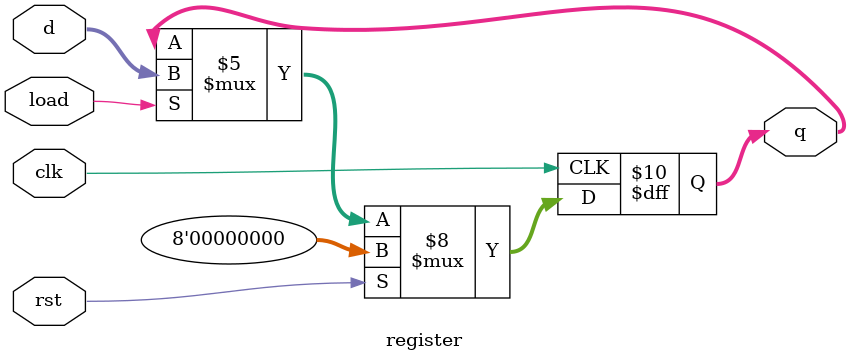
<source format=v>
`timescale 1ns / 1ps

module register(clk,d,q,load,rst);
    parameter N = 8;
    input clk;
    input rst;
    input load;
    input [N-1:0] d;
    output reg [N-1:0] q = 0;
    
    always @ (posedge clk)
    begin
        if(rst == 1)
            q <= 0;
        else if(load == 1)
            q <= d; 
    end
endmodule


</source>
